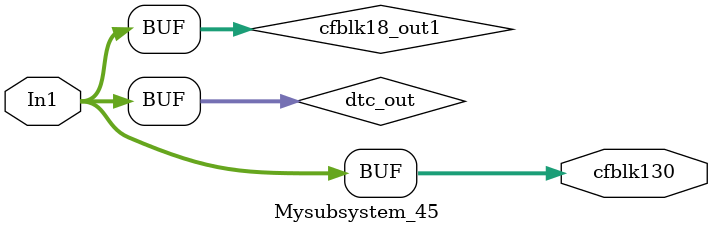
<source format=v>



`timescale 1 ns / 1 ns

module Mysubsystem_45
          (In1,
           cfblk130);


  input   [7:0] In1;  // uint8
  output  [7:0] cfblk130;  // uint8


  wire [7:0] dtc_out;  // ufix8
  wire [7:0] cfblk18_out1;  // uint8


  assign dtc_out = In1;



  assign cfblk18_out1 = dtc_out;



  assign cfblk130 = cfblk18_out1;

endmodule  // Mysubsystem_45


</source>
